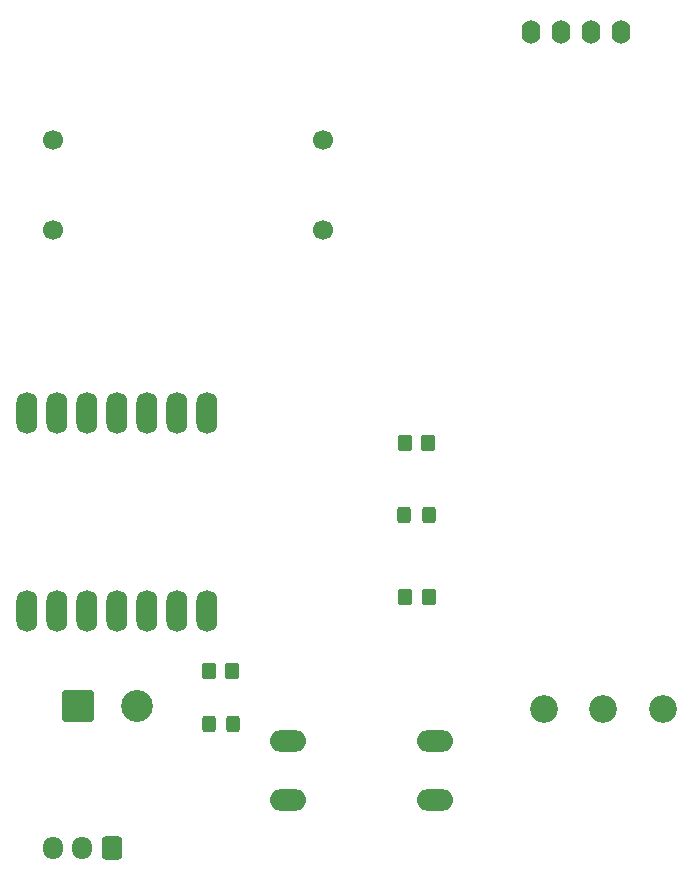
<source format=gbr>
%TF.GenerationSoftware,KiCad,Pcbnew,7.0.10*%
%TF.CreationDate,2024-02-12T12:18:25-08:00*%
%TF.ProjectId,PCB,5043422e-6b69-4636-9164-5f7063625858,1.0*%
%TF.SameCoordinates,Original*%
%TF.FileFunction,Soldermask,Top*%
%TF.FilePolarity,Negative*%
%FSLAX46Y46*%
G04 Gerber Fmt 4.6, Leading zero omitted, Abs format (unit mm)*
G04 Created by KiCad (PCBNEW 7.0.10) date 2024-02-12 12:18:25*
%MOMM*%
%LPD*%
G01*
G04 APERTURE LIST*
G04 Aperture macros list*
%AMRoundRect*
0 Rectangle with rounded corners*
0 $1 Rounding radius*
0 $2 $3 $4 $5 $6 $7 $8 $9 X,Y pos of 4 corners*
0 Add a 4 corners polygon primitive as box body*
4,1,4,$2,$3,$4,$5,$6,$7,$8,$9,$2,$3,0*
0 Add four circle primitives for the rounded corners*
1,1,$1+$1,$2,$3*
1,1,$1+$1,$4,$5*
1,1,$1+$1,$6,$7*
1,1,$1+$1,$8,$9*
0 Add four rect primitives between the rounded corners*
20,1,$1+$1,$2,$3,$4,$5,0*
20,1,$1+$1,$4,$5,$6,$7,0*
20,1,$1+$1,$6,$7,$8,$9,0*
20,1,$1+$1,$8,$9,$2,$3,0*%
G04 Aperture macros list end*
%ADD10RoundRect,0.250000X0.350000X0.450000X-0.350000X0.450000X-0.350000X-0.450000X0.350000X-0.450000X0*%
%ADD11RoundRect,0.250000X0.325000X0.450000X-0.325000X0.450000X-0.325000X-0.450000X0.325000X-0.450000X0*%
%ADD12RoundRect,0.250000X0.600000X0.725000X-0.600000X0.725000X-0.600000X-0.725000X0.600000X-0.725000X0*%
%ADD13O,1.700000X1.950000*%
%ADD14RoundRect,0.250000X-0.350000X-0.450000X0.350000X-0.450000X0.350000X0.450000X-0.350000X0.450000X0*%
%ADD15RoundRect,0.250001X-1.099999X-1.099999X1.099999X-1.099999X1.099999X1.099999X-1.099999X1.099999X0*%
%ADD16C,2.700000*%
%ADD17C,2.340000*%
%ADD18O,1.778000X3.556000*%
%ADD19C,1.700000*%
%ADD20O,3.048000X1.850000*%
%ADD21O,1.600000X2.000000*%
G04 APERTURE END LIST*
D10*
%TO.C,R3*%
X217670200Y-121725000D03*
X215670200Y-121725000D03*
%TD*%
D11*
%TO.C,D1*%
X234281400Y-108517000D03*
X232231400Y-108517000D03*
%TD*%
D12*
%TO.C,SW1*%
X207475400Y-136711000D03*
D13*
X204975400Y-136711000D03*
X202475400Y-136711000D03*
%TD*%
D14*
%TO.C,R2*%
X232281800Y-115379000D03*
X234281800Y-115379000D03*
%TD*%
D15*
%TO.C,BT1*%
X204639100Y-124654800D03*
D16*
X209639100Y-124654800D03*
%TD*%
D11*
%TO.C,D2*%
X217746000Y-126195400D03*
X215696000Y-126195400D03*
%TD*%
D10*
%TO.C,R1*%
X234256400Y-102344800D03*
X232256400Y-102344800D03*
%TD*%
D17*
%TO.C,RV1*%
X254096800Y-124904000D03*
X249096800Y-124904000D03*
X244096800Y-124904000D03*
%TD*%
D18*
%TO.C,U1*%
X200287200Y-99855600D03*
X202827200Y-99855600D03*
X205367200Y-99855600D03*
X207907200Y-99855600D03*
X210447200Y-99855600D03*
X212987200Y-99855600D03*
X215527200Y-99855600D03*
X200287200Y-116619600D03*
X202827200Y-116619600D03*
X205367200Y-116619600D03*
X207907200Y-116619600D03*
X210447200Y-116619600D03*
X212987200Y-116619600D03*
X215527200Y-116619600D03*
%TD*%
D19*
%TO.C,M1*%
X202522400Y-76716200D03*
X202522400Y-84336200D03*
X225382400Y-84336200D03*
X225382400Y-76716200D03*
%TD*%
D20*
%TO.C,SW2*%
X222346800Y-132604000D03*
X234846800Y-132604000D03*
X222346800Y-127604000D03*
X234846800Y-127604000D03*
%TD*%
D21*
%TO.C,OLED_Brd1*%
X250604600Y-67597600D03*
X248064600Y-67597600D03*
X245524600Y-67597600D03*
X242984600Y-67597600D03*
%TD*%
M02*

</source>
